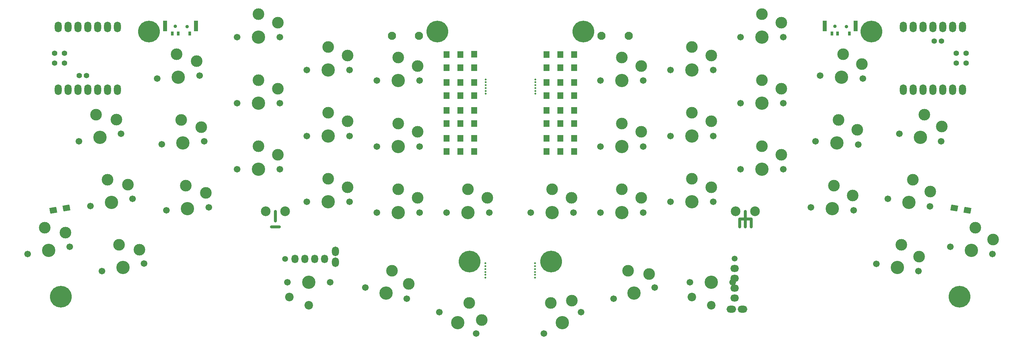
<source format=gts>
G04 #@! TF.GenerationSoftware,KiCad,Pcbnew,9.0.2*
G04 #@! TF.CreationDate,2025-06-05T15:31:19+09:00*
G04 #@! TF.ProjectId,Totemkyle,546f7465-6d6b-4796-9c65-2e6b69636164,0.3*
G04 #@! TF.SameCoordinates,Original*
G04 #@! TF.FileFunction,Soldermask,Top*
G04 #@! TF.FilePolarity,Negative*
%FSLAX46Y46*%
G04 Gerber Fmt 4.6, Leading zero omitted, Abs format (unit mm)*
G04 Created by KiCad (PCBNEW 9.0.2) date 2025-06-05 15:31:19*
%MOMM*%
%LPD*%
G01*
G04 APERTURE LIST*
G04 Aperture macros list*
%AMRotRect*
0 Rectangle, with rotation*
0 The origin of the aperture is its center*
0 $1 length*
0 $2 width*
0 $3 Rotation angle, in degrees counterclockwise*
0 Add horizontal line*
21,1,$1,$2,0,0,$3*%
G04 Aperture macros list end*
%ADD10C,0.750000*%
%ADD11C,1.701800*%
%ADD12C,3.000000*%
%ADD13C,3.429000*%
%ADD14C,0.500000*%
%ADD15C,5.600000*%
%ADD16O,1.800000X2.750000*%
%ADD17C,1.397000*%
%ADD18C,1.500000*%
%ADD19C,2.200000*%
%ADD20O,1.800000X2.200000*%
%ADD21O,1.800000X2.500000*%
%ADD22C,2.500000*%
%ADD23R,1.500000X1.800000*%
%ADD24C,0.900000*%
%ADD25R,0.700000X1.000000*%
%ADD26R,1.000000X2.800000*%
%ADD27C,2.100000*%
%ADD28RotRect,1.800000X1.500000X170.000000*%
%ADD29O,2.200000X1.800000*%
%ADD30O,2.500000X1.800000*%
%ADD31RotRect,1.800000X1.500000X10.000000*%
G04 APERTURE END LIST*
D10*
X89500000Y-99000000D02*
X89500000Y-101500000D01*
X88500000Y-103000000D02*
X90500000Y-103000000D01*
X210500000Y-99000000D02*
X210500000Y-103000000D01*
X212000000Y-101000000D02*
X212000000Y-103000000D01*
X209000000Y-101000000D02*
X209000000Y-103000000D01*
X209000000Y-101000000D02*
X212000000Y-101000000D01*
D11*
X44838180Y-114436364D03*
D12*
X49221416Y-107621693D03*
D13*
X50254623Y-113481299D03*
D12*
X54527481Y-108920029D03*
D11*
X55671066Y-112526234D03*
X115629205Y-99324989D03*
D12*
X121129205Y-93374989D03*
D13*
X121129205Y-99324989D03*
D12*
X126129205Y-95574989D03*
D11*
X126629205Y-99324989D03*
X133629205Y-99324989D03*
D12*
X139129205Y-93374989D03*
D13*
X139129205Y-99324989D03*
D12*
X144129205Y-95574989D03*
D11*
X144629205Y-99324989D03*
X59044212Y-64830392D03*
D12*
X64115763Y-58511225D03*
D13*
X64530814Y-64446731D03*
D12*
X69257047Y-60357083D03*
D11*
X70017416Y-64063070D03*
D14*
X156392565Y-112434348D03*
X156392565Y-113174348D03*
X156392565Y-113914348D03*
X156392565Y-114654348D03*
X156392565Y-115394348D03*
X156392565Y-116134348D03*
D11*
X79629229Y-71168188D03*
D12*
X85129229Y-65218188D03*
D13*
X85129229Y-71168188D03*
D12*
X90129229Y-67418188D03*
D11*
X90629229Y-71168188D03*
X173253245Y-99324549D03*
D12*
X178753245Y-93374549D03*
D13*
X178753245Y-99324549D03*
D12*
X183753245Y-95574549D03*
D11*
X184253245Y-99324549D03*
X227430087Y-97987331D03*
D12*
X233331740Y-92435486D03*
D13*
X232916689Y-98370992D03*
D12*
X238166096Y-94978909D03*
D11*
X238403291Y-98754653D03*
D15*
X139500000Y-112000000D03*
D16*
X266420000Y-51505000D03*
X263880000Y-51505000D03*
X261340000Y-51505000D03*
X258800000Y-51505000D03*
X256260000Y-51505000D03*
X253720000Y-51505000D03*
X251180000Y-51505000D03*
X251180000Y-67695000D03*
X253720000Y-67695000D03*
X256260000Y-67695000D03*
X258800000Y-67695000D03*
X261340000Y-67695000D03*
X263880000Y-67695000D03*
X266420000Y-67695000D03*
D17*
X267372000Y-58330000D03*
X267372000Y-60870000D03*
X264832000Y-58330000D03*
X264832000Y-60870000D03*
X259117000Y-55155000D03*
X261022000Y-55155000D03*
D11*
X25736122Y-110044413D03*
D12*
X30119358Y-103229742D03*
D13*
X31152565Y-109089348D03*
D12*
X35425423Y-104528078D03*
D11*
X36569008Y-108134283D03*
D18*
X92003165Y-111314348D03*
D11*
X92603165Y-117314348D03*
D13*
X98103165Y-117314348D03*
D11*
X103603165Y-117314348D03*
D19*
X98103165Y-123214348D03*
X93103165Y-121114348D03*
D20*
X102163165Y-111314348D03*
X99623165Y-111314348D03*
X97083165Y-111314348D03*
X94543165Y-111314348D03*
D21*
X105003165Y-109339348D03*
X105003165Y-112139348D03*
D22*
X213000000Y-99000000D03*
D23*
X166422435Y-80194348D03*
X166422435Y-83594348D03*
X159322435Y-58597348D03*
X159322435Y-61997348D03*
D11*
X250136122Y-79059283D03*
D12*
X256585772Y-74154742D03*
D13*
X255552565Y-80014348D03*
D12*
X261127784Y-77189560D03*
D11*
X260969008Y-80969413D03*
D22*
X92000000Y-99000000D03*
D11*
X112714973Y-118665843D03*
D12*
X119567538Y-114342089D03*
D13*
X118027565Y-120089348D03*
D12*
X123827766Y-117761221D03*
D11*
X123340157Y-121512853D03*
X79629229Y-54167968D03*
D12*
X85129229Y-48217968D03*
D13*
X85129229Y-54167968D03*
D12*
X90129229Y-50417968D03*
D11*
X90629229Y-54167968D03*
D23*
X162872435Y-65796348D03*
X162872435Y-69196348D03*
D11*
X263286122Y-108134283D03*
D12*
X269735772Y-103229742D03*
D13*
X268702565Y-109089348D03*
D12*
X274277784Y-106264560D03*
D11*
X274119008Y-110044413D03*
D15*
X34300000Y-121014348D03*
D11*
X191253205Y-96604887D03*
D12*
X196753205Y-90654887D03*
D13*
X196753205Y-96604887D03*
D12*
X201753205Y-92854887D03*
D11*
X202253205Y-96604887D03*
D24*
X63750000Y-51350000D03*
X66750000Y-51400000D03*
D25*
X67500000Y-53200000D03*
X64500000Y-53200000D03*
X63000000Y-53200000D03*
D26*
X69100000Y-51300000D03*
X61150000Y-51300000D03*
D27*
X173500000Y-53850000D03*
X180500000Y-53850000D03*
D15*
X265700000Y-121000000D03*
X243000000Y-52700000D03*
D11*
X176564973Y-121512853D03*
D12*
X180337592Y-114342089D03*
D13*
X181877565Y-120089348D03*
D12*
X185736623Y-115173031D03*
D11*
X187190157Y-118665843D03*
D28*
X267674173Y-98795202D03*
X264325827Y-98204798D03*
D11*
X158664063Y-130514348D03*
D12*
X160452203Y-122611497D03*
D13*
X163427203Y-127764348D03*
D12*
X165882330Y-122016753D03*
D11*
X168190343Y-125014348D03*
D23*
X162872435Y-58597348D03*
X162872435Y-61997348D03*
D11*
X228615963Y-81028523D03*
D12*
X234517616Y-75476678D03*
D13*
X234102565Y-81412184D03*
D12*
X239351972Y-78020101D03*
D11*
X239589167Y-81795845D03*
X173253245Y-65324549D03*
D12*
X178753245Y-59374549D03*
D13*
X178753245Y-65324549D03*
D12*
X183753245Y-61574549D03*
D11*
X184253245Y-65324549D03*
X115629205Y-65324549D03*
D12*
X121129205Y-59374549D03*
D13*
X121129205Y-65324549D03*
D12*
X126129205Y-61574549D03*
D11*
X126629205Y-65324549D03*
X97629241Y-62604447D03*
D12*
X103129241Y-56654447D03*
D13*
X103129241Y-62604447D03*
D12*
X108129241Y-58854447D03*
D11*
X108629241Y-62604447D03*
D23*
X137127565Y-80194348D03*
X137127565Y-83594348D03*
D24*
X233550000Y-51350000D03*
X236550000Y-51400000D03*
D25*
X237300000Y-53200000D03*
X234300000Y-53200000D03*
X232800000Y-53200000D03*
D26*
X238900000Y-51300000D03*
X230950000Y-51300000D03*
D11*
X60230088Y-81789200D03*
D12*
X65301639Y-75470033D03*
D13*
X65716690Y-81405539D03*
D12*
X70442923Y-77315891D03*
D11*
X71203292Y-81021878D03*
X191253205Y-79604667D03*
D12*
X196753205Y-73654667D03*
D13*
X196753205Y-79604667D03*
D12*
X201753205Y-75854667D03*
D11*
X202253205Y-79604667D03*
X97629241Y-79604667D03*
D12*
X103129241Y-73654667D03*
D13*
X103129241Y-79604667D03*
D12*
X108129241Y-75854667D03*
D11*
X108629241Y-79604667D03*
X247184063Y-95801232D03*
D12*
X253633713Y-90896691D03*
D13*
X252600506Y-96756297D03*
D12*
X258175725Y-93931509D03*
D11*
X258016949Y-97711362D03*
D23*
X137127565Y-65796348D03*
X137127565Y-69196348D03*
X137127565Y-58597348D03*
X137127565Y-61997348D03*
X159322435Y-80194348D03*
X159322435Y-83594348D03*
X162872435Y-80194348D03*
X162872435Y-83594348D03*
D11*
X61415963Y-98748009D03*
D12*
X66487514Y-92428842D03*
D13*
X66902565Y-98364348D03*
D12*
X71628798Y-94274700D03*
D11*
X72389167Y-97980687D03*
X131714425Y-125014348D03*
D12*
X139452565Y-122611497D03*
D13*
X136477565Y-127764348D03*
D12*
X142682692Y-127016753D03*
D11*
X141240705Y-130514348D03*
D15*
X57000000Y-52700000D03*
D11*
X209253165Y-71168188D03*
D12*
X214753165Y-65218188D03*
D13*
X214753165Y-71168188D03*
D12*
X219753165Y-67418188D03*
D11*
X220253165Y-71168188D03*
D14*
X143597565Y-116134348D03*
X143597565Y-115394348D03*
X143597565Y-114654348D03*
X143597565Y-113914348D03*
X143597565Y-113174348D03*
X143597565Y-112434348D03*
D23*
X162872435Y-72995348D03*
X162872435Y-76395348D03*
D22*
X208000000Y-99000000D03*
D23*
X159322435Y-65796348D03*
X159322435Y-69196348D03*
D11*
X38934066Y-80952466D03*
D12*
X43317302Y-74137795D03*
D13*
X44350509Y-79997401D03*
D12*
X48623367Y-75436131D03*
D11*
X49766952Y-79042336D03*
D23*
X166422435Y-72995348D03*
X166422435Y-76395348D03*
X133577565Y-65796348D03*
X133577565Y-69196348D03*
D11*
X196278165Y-117314348D03*
D13*
X201778165Y-117314348D03*
D11*
X207278165Y-117314348D03*
D18*
X207778165Y-111214348D03*
D19*
X201778165Y-123214348D03*
X196778165Y-121114348D03*
D29*
X207778165Y-121374348D03*
X207778165Y-118834348D03*
X207778165Y-116294348D03*
X207778165Y-113754348D03*
D30*
X209753165Y-124214348D03*
X206953165Y-124214348D03*
D11*
X209253165Y-54167968D03*
D12*
X214753165Y-48217968D03*
D13*
X214753165Y-54167968D03*
D12*
X219753165Y-50417968D03*
D11*
X220253165Y-54167968D03*
D27*
X119500000Y-53850000D03*
X126500000Y-53850000D03*
D11*
X229801838Y-64069714D03*
D12*
X235703491Y-58517869D03*
D13*
X235288440Y-64453375D03*
D12*
X240537847Y-61061292D03*
D11*
X240775042Y-64837036D03*
X244232008Y-112543180D03*
D12*
X250681658Y-107638639D03*
D13*
X249648451Y-113498245D03*
D12*
X255223670Y-110673457D03*
D11*
X255064894Y-114453310D03*
D31*
X32325827Y-98795202D03*
X35674173Y-98204798D03*
D23*
X140677565Y-58592348D03*
X140677565Y-61992348D03*
X133577565Y-58597348D03*
X133577565Y-61997348D03*
X159322435Y-72995348D03*
X159322435Y-76395348D03*
D11*
X209253165Y-88168408D03*
D12*
X214753165Y-82218408D03*
D13*
X214753165Y-88168408D03*
D12*
X219753165Y-84418408D03*
D11*
X220253165Y-88168408D03*
D23*
X140677565Y-72995348D03*
X140677565Y-76395348D03*
D14*
X156422565Y-65034348D03*
X156422565Y-65774348D03*
X156422565Y-66514348D03*
X156422565Y-67254348D03*
X156422565Y-67994348D03*
X156422565Y-68734348D03*
D11*
X97629241Y-96604887D03*
D12*
X103129241Y-90654887D03*
D13*
X103129241Y-96604887D03*
D12*
X108129241Y-92854887D03*
D11*
X108629241Y-96604887D03*
D23*
X140677565Y-65796348D03*
X140677565Y-69196348D03*
X133577565Y-80194348D03*
X133577565Y-83594348D03*
D22*
X87000000Y-99000000D03*
D23*
X137127565Y-72995348D03*
X137127565Y-76395348D03*
X166422435Y-58597348D03*
X166422435Y-61997348D03*
X140677565Y-80194348D03*
X140677565Y-83594348D03*
D15*
X160500000Y-112000000D03*
D11*
X115629205Y-82324769D03*
D12*
X121129205Y-76374769D03*
D13*
X121129205Y-82324769D03*
D12*
X126129205Y-78574769D03*
D11*
X126629205Y-82324769D03*
X79629229Y-88168408D03*
D12*
X85129229Y-82218408D03*
D13*
X85129229Y-88168408D03*
D12*
X90129229Y-84418408D03*
D11*
X90629229Y-88168408D03*
X41886122Y-97694413D03*
D12*
X46269358Y-90879742D03*
D13*
X47302565Y-96739348D03*
D12*
X51575423Y-92178078D03*
D11*
X52719008Y-95784283D03*
D15*
X131200000Y-52700000D03*
D23*
X166422435Y-65796348D03*
X166422435Y-69196348D03*
D11*
X155253245Y-99324549D03*
D12*
X160753245Y-93374549D03*
D13*
X160753245Y-99324549D03*
D12*
X165753245Y-95574549D03*
D11*
X166253245Y-99324549D03*
X191253205Y-62604447D03*
D12*
X196753205Y-56654447D03*
D13*
X196753205Y-62604447D03*
D12*
X201753205Y-58854447D03*
D11*
X202253205Y-62604447D03*
X173253245Y-82324549D03*
D12*
X178753245Y-76374549D03*
D13*
X178753245Y-82324549D03*
D12*
X183753245Y-78574549D03*
D11*
X184253245Y-82324549D03*
D23*
X133577565Y-72995348D03*
X133577565Y-76395348D03*
D14*
X143627565Y-68734348D03*
X143627565Y-67994348D03*
X143627565Y-67254348D03*
X143627565Y-66514348D03*
X143627565Y-65774348D03*
X143627565Y-65034348D03*
D16*
X33580000Y-67695000D03*
X36120000Y-67695000D03*
X38660000Y-67695000D03*
X41200000Y-67695000D03*
X43740000Y-67695000D03*
X46280000Y-67695000D03*
X48820000Y-67695000D03*
X48820000Y-51505000D03*
X46280000Y-51505000D03*
X43740000Y-51505000D03*
X41200000Y-51505000D03*
X38660000Y-51505000D03*
X36120000Y-51505000D03*
X33580000Y-51505000D03*
D17*
X32628000Y-60870000D03*
X32628000Y-58330000D03*
X35168000Y-60870000D03*
X35168000Y-58330000D03*
X40883000Y-64045000D03*
X38978000Y-64045000D03*
D15*
X168800000Y-52700000D03*
M02*

</source>
